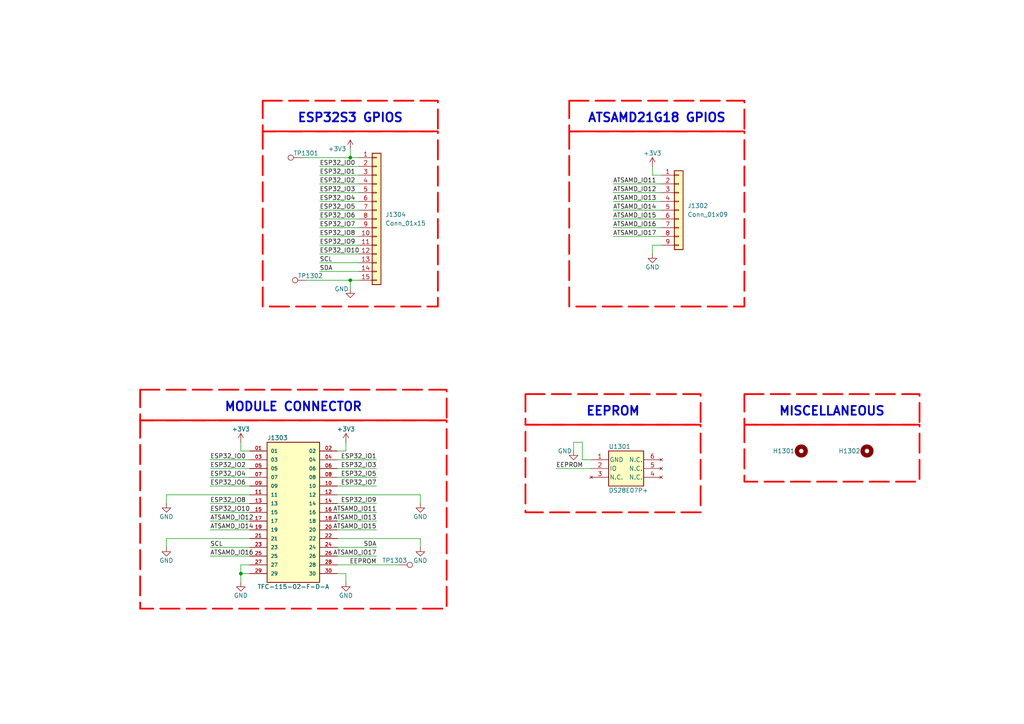
<source format=kicad_sch>
(kicad_sch (version 20231120) (generator "eeschema") (generator_version "8.0")
  (paper "A4")
  (title_block (date "2024-04-09") (company "MQuero"))
  (lib_symbols
    (symbol "Connector:TestPoint" (pin_numbers hide) (pin_names (offset 0.762) hide)
      (property "Reference" "TP" (at 0 6.858 0))
      (property "Value" "TestPoint" (at 0 5.08 0))
      (symbol "TestPoint_0_1"
        (circle (center 0 3.302) (radius 0.762))
      )
      (symbol "TestPoint_1_1"
        (pin passive line (at 0 0 90) (length 2.54) (name "1") (number "1"))
      )
    )
    (symbol "Connector_Generic:Conn_01x09" (pin_names (offset 1.016) hide)
      (property "Reference" "J" (at 0 12.7 0))
      (property "Value" "Conn_01x09" (at 0 -12.7 0))
      (symbol "Conn_01x09_1_1"
        (rectangle (start -1.27 -10.033) (end 0 -10.287) (stroke (width 0.1524)))
        (rectangle (start -1.27 -7.493) (end 0 -7.747) (stroke (width 0.1524)))
        (rectangle (start -1.27 -4.953) (end 0 -5.207) (stroke (width 0.1524)))
        (rectangle (start -1.27 -2.413) (end 0 -2.667) (stroke (width 0.1524)))
        (rectangle (start -1.27 0.127) (end 0 -0.127) (stroke (width 0.1524)))
        (rectangle (start -1.27 2.667) (end 0 2.413) (stroke (width 0.1524)))
        (rectangle (start -1.27 5.207) (end 0 4.953) (stroke (width 0.1524)))
        (rectangle (start -1.27 7.747) (end 0 7.493) (stroke (width 0.1524)))
        (rectangle (start -1.27 10.287) (end 0 10.033) (stroke (width 0.1524)))
        (rectangle (start -1.27 11.43) (end 1.27 -11.43) (stroke (width 0.254)) (fill (type background)))
        (pin passive line (at -5.08 10.16 0) (length 3.81) (name "Pin_1") (number "1"))
        (pin passive line (at -5.08 7.62 0) (length 3.81) (name "Pin_2") (number "2"))
        (pin passive line (at -5.08 5.08 0) (length 3.81) (name "Pin_3") (number "3"))
        (pin passive line (at -5.08 2.54 0) (length 3.81) (name "Pin_4") (number "4"))
        (pin passive line (at -5.08 0 0) (length 3.81) (name "Pin_5") (number "5"))
        (pin passive line (at -5.08 -2.54 0) (length 3.81) (name "Pin_6") (number "6"))
        (pin passive line (at -5.08 -5.08 0) (length 3.81) (name "Pin_7") (number "7"))
        (pin passive line (at -5.08 -7.62 0) (length 3.81) (name "Pin_8") (number "8"))
        (pin passive line (at -5.08 -10.16 0) (length 3.81) (name "Pin_9") (number "9"))
      )
    )
    (symbol "Connector_Generic:Conn_01x15" (pin_names (offset 1.016) hide)
      (property "Reference" "J" (at 0 20.32 0))
      (property "Value" "Conn_01x15" (at 0 -20.32 0))
      (symbol "Conn_01x15_1_1"
        (rectangle (start -1.27 -17.653) (end 0 -17.907) (stroke (width 0.1524)))
        (rectangle (start -1.27 -15.113) (end 0 -15.367) (stroke (width 0.1524)))
        (rectangle (start -1.27 -12.573) (end 0 -12.827) (stroke (width 0.1524)))
        (rectangle (start -1.27 -10.033) (end 0 -10.287) (stroke (width 0.1524)))
        (rectangle (start -1.27 -7.493) (end 0 -7.747) (stroke (width 0.1524)))
        (rectangle (start -1.27 -4.953) (end 0 -5.207) (stroke (width 0.1524)))
        (rectangle (start -1.27 -2.413) (end 0 -2.667) (stroke (width 0.1524)))
        (rectangle (start -1.27 0.127) (end 0 -0.127) (stroke (width 0.1524)))
        (rectangle (start -1.27 2.667) (end 0 2.413) (stroke (width 0.1524)))
        (rectangle (start -1.27 5.207) (end 0 4.953) (stroke (width 0.1524)))
        (rectangle (start -1.27 7.747) (end 0 7.493) (stroke (width 0.1524)))
        (rectangle (start -1.27 10.287) (end 0 10.033) (stroke (width 0.1524)))
        (rectangle (start -1.27 12.827) (end 0 12.573) (stroke (width 0.1524)))
        (rectangle (start -1.27 15.367) (end 0 15.113) (stroke (width 0.1524)))
        (rectangle (start -1.27 17.907) (end 0 17.653) (stroke (width 0.1524)))
        (rectangle (start -1.27 19.05) (end 1.27 -19.05) (stroke (width 0.254)) (fill (type background)))
        (pin passive line (at -5.08 17.78 0) (length 3.81) (name "Pin_1") (number "1"))
        (pin passive line (at -5.08 -5.08 0) (length 3.81) (name "Pin_10") (number "10"))
        (pin passive line (at -5.08 -7.62 0) (length 3.81) (name "Pin_11") (number "11"))
        (pin passive line (at -5.08 -10.16 0) (length 3.81) (name "Pin_12") (number "12"))
        (pin passive line (at -5.08 -12.7 0) (length 3.81) (name "Pin_13") (number "13"))
        (pin passive line (at -5.08 -15.24 0) (length 3.81) (name "Pin_14") (number "14"))
        (pin passive line (at -5.08 -17.78 0) (length 3.81) (name "Pin_15") (number "15"))
        (pin passive line (at -5.08 15.24 0) (length 3.81) (name "Pin_2") (number "2"))
        (pin passive line (at -5.08 12.7 0) (length 3.81) (name "Pin_3") (number "3"))
        (pin passive line (at -5.08 10.16 0) (length 3.81) (name "Pin_4") (number "4"))
        (pin passive line (at -5.08 7.62 0) (length 3.81) (name "Pin_5") (number "5"))
        (pin passive line (at -5.08 5.08 0) (length 3.81) (name "Pin_6") (number "6"))
        (pin passive line (at -5.08 2.54 0) (length 3.81) (name "Pin_7") (number "7"))
        (pin passive line (at -5.08 0 0) (length 3.81) (name "Pin_8") (number "8"))
        (pin passive line (at -5.08 -2.54 0) (length 3.81) (name "Pin_9") (number "9"))
      )
    )
    (symbol "Mechanical:MountingHole" (pin_names (offset 1.016)) (exclude_from_sim yes) (in_bom no)
      (property "Reference" "H" (at 0 5.08 0))
      (property "Value" "MountingHole" (at 0 3.175 0))
      (symbol "MountingHole_0_1"
        (circle (center 0 0) (radius 1.27) (stroke (width 1.27)))
      )
    )
    (symbol "TFG:DS28E07P+" (pin_names (offset 0.254))
      (property "Reference" "U" (at 0 1.27 0))
      (property "Value" "DS28E07P+" (at 0 -11.43 0))
      (symbol "DS28E07P+_0_1"
        (rectangle (start 0 0) (end 10.16 -10.16) (stroke (width 0.254)) (fill (type background)))
      )
      (symbol "DS28E07P+_1_1"
        (pin unspecified line (at -5.08 -2.54 0) (length 5.08) (name "GND") (number "1"))
        (pin unspecified line (at -5.08 -5.08 0) (length 5.08) (name "IO") (number "2"))
        (pin no_connect line (at -5.08 -7.62 0) (length 5.08) (name "N.C.") (number "3"))
        (pin no_connect line (at 15.24 -7.62 180) (length 5.08) (name "N.C.") (number "4"))
        (pin no_connect line (at 15.24 -5.08 180) (length 5.08) (name "N.C.") (number "5"))
        (pin no_connect line (at 15.24 -2.54 180) (length 5.08) (name "N.C.") (number "6"))
      )
    )
    (symbol "TFG:TFC-115-02-F-D-A" (pin_names (offset 1.016))
      (property "Reference" "J" (at 0 1.27 0))
      (property "Value" "TFC-115-02-F-D-A" (at 0 -41.91 0))
      (symbol "TFC-115-02-F-D-A_0_0"
        (rectangle (start 0 0) (end 15.24 -40.64) (stroke (width 0.254)) (fill (type background)))
        (pin unspecified line (at -5.08 -2.54 0) (length 5.08) (name "01") (number "01"))
        (pin unspecified line (at 20.32 -2.54 180) (length 5.08) (name "02") (number "02"))
        (pin unspecified line (at -5.08 -5.08 0) (length 5.08) (name "03") (number "03"))
        (pin unspecified line (at 20.32 -5.08 180) (length 5.08) (name "04") (number "04"))
        (pin unspecified line (at -5.08 -7.62 0) (length 5.08) (name "05") (number "05"))
        (pin unspecified line (at 20.32 -7.62 180) (length 5.08) (name "06") (number "06"))
        (pin unspecified line (at -5.08 -10.16 0) (length 5.08) (name "07") (number "07"))
        (pin unspecified line (at 20.32 -10.16 180) (length 5.08) (name "08") (number "08"))
        (pin unspecified line (at -5.08 -12.7 0) (length 5.08) (name "09") (number "09"))
        (pin unspecified line (at 20.32 -12.7 180) (length 5.08) (name "10") (number "10"))
        (pin unspecified line (at -5.08 -15.24 0) (length 5.08) (name "11") (number "11"))
        (pin unspecified line (at 20.32 -15.24 180) (length 5.08) (name "12") (number "12"))
        (pin unspecified line (at -5.08 -17.78 0) (length 5.08) (name "13") (number "13"))
        (pin unspecified line (at 20.32 -17.78 180) (length 5.08) (name "14") (number "14"))
        (pin unspecified line (at -5.08 -20.32 0) (length 5.08) (name "15") (number "15"))
        (pin unspecified line (at 20.32 -20.32 180) (length 5.08) (name "16") (number "16"))
        (pin unspecified line (at -5.08 -22.86 0) (length 5.08) (name "17") (number "17"))
        (pin unspecified line (at 20.32 -22.86 180) (length 5.08) (name "18") (number "18"))
        (pin unspecified line (at -5.08 -25.4 0) (length 5.08) (name "19") (number "19"))
        (pin unspecified line (at 20.32 -25.4 180) (length 5.08) (name "20") (number "20"))
        (pin unspecified line (at -5.08 -27.94 0) (length 5.08) (name "21") (number "21"))
        (pin unspecified line (at 20.32 -27.94 180) (length 5.08) (name "22") (number "22"))
        (pin unspecified line (at -5.08 -30.48 0) (length 5.08) (name "23") (number "23"))
        (pin unspecified line (at 20.32 -30.48 180) (length 5.08) (name "24") (number "24"))
        (pin unspecified line (at -5.08 -33.02 0) (length 5.08) (name "25") (number "25"))
        (pin unspecified line (at 20.32 -33.02 180) (length 5.08) (name "26") (number "26"))
        (pin unspecified line (at -5.08 -35.56 0) (length 5.08) (name "27") (number "27"))
        (pin unspecified line (at 20.32 -35.56 180) (length 5.08) (name "28") (number "28"))
        (pin unspecified line (at -5.08 -38.1 0) (length 5.08) (name "29") (number "29"))
        (pin unspecified line (at 20.32 -38.1 180) (length 5.08) (name "30") (number "30"))
      )
    )
    (symbol "power:+3V3" (power) (pin_numbers hide) (pin_names (offset 0) hide)
      (property "Value" "+3V3" (at 0 3.556 0))
      (symbol "+3V3_0_1"
        (polyline (pts (xy -0.762 1.27) (xy 0 2.54)))
        (polyline (pts (xy 0 0) (xy 0 2.54)))
        (polyline (pts (xy 0 2.54) (xy 0.762 1.27)))
      )
      (symbol "+3V3_1_1"
        (pin power_in line (at 0 0 90) (length 0) (name "~") (number "1"))
      )
    )
    (symbol "power:GND" (power) (pin_numbers hide) (pin_names (offset 0) hide)
      (property "Value" "GND" (at 0 -3.81 0))
      (symbol "GND_0_1"
        (polyline (pts (xy 0 0) (xy 0 -1.27) (xy 1.27 -1.27) (xy 0 -2.54) (xy -1.27 -1.27) (xy 0 -1.27)))
      )
      (symbol "GND_1_1"
        (pin power_in line (at 0 0 270) (length 0) (name "~") (number "1"))
      )
    )
  )
  (junction (at 69.85 166.37))
  (junction (at 101.6 81.28))
  (junction (at 101.6 45.72))
  (wire (pts (xy 168.91 128.27) (xy 166.37 128.27)))
  (wire (pts (xy 104.14 50.8) (xy 92.71 50.8)))
  (wire (pts (xy 104.14 55.88) (xy 92.71 55.88)))
  (wire (pts (xy 72.39 138.43) (xy 60.96 138.43)))
  (wire (pts (xy 97.79 161.29) (xy 109.22 161.29)))
  (wire (pts (xy 72.39 156.21) (xy 48.26 156.21)))
  (wire (pts (xy 171.45 133.35) (xy 168.91 133.35)))
  (wire (pts (xy 97.79 143.51) (xy 121.92 143.51)))
  (wire (pts (xy 177.8 55.88) (xy 191.77 55.88)))
  (wire (pts (xy 97.79 158.75) (xy 109.22 158.75)))
  (wire (pts (xy 101.6 81.28) (xy 104.14 81.28)))
  (wire (pts (xy 191.77 53.34) (xy 177.8 53.34)))
  (wire (pts (xy 48.26 143.51) (xy 48.26 146.05)))
  (wire (pts (xy 121.92 143.51) (xy 121.92 146.05)))
  (wire (pts (xy 72.39 140.97) (xy 60.96 140.97)))
  (wire (pts (xy 97.79 146.05) (xy 109.22 146.05)))
  (wire (pts (xy 48.26 156.21) (xy 48.26 158.75)))
  (wire (pts (xy 97.79 133.35) (xy 109.22 133.35)))
  (wire (pts (xy 72.39 153.67) (xy 60.96 153.67)))
  (wire (pts (xy 92.71 78.74) (xy 104.14 78.74)))
  (wire (pts (xy 72.39 151.13) (xy 60.96 151.13)))
  (wire (pts (xy 191.77 50.8) (xy 189.23 50.8)))
  (wire (pts (xy 189.23 48.26) (xy 189.23 50.8)))
  (wire (pts (xy 69.85 166.37) (xy 69.85 163.83)))
  (wire (pts (xy 97.79 135.89) (xy 109.22 135.89)))
  (wire (pts (xy 92.71 73.66) (xy 104.14 73.66)))
  (wire (pts (xy 97.79 151.13) (xy 109.22 151.13)))
  (wire (pts (xy 72.39 133.35) (xy 60.96 133.35)))
  (wire (pts (xy 72.39 135.89) (xy 60.96 135.89)))
  (wire (pts (xy 189.23 71.12) (xy 189.23 73.66)))
  (wire (pts (xy 92.71 60.96) (xy 104.14 60.96)))
  (wire (pts (xy 100.33 130.81) (xy 97.79 130.81)))
  (wire (pts (xy 88.9 81.28) (xy 101.6 81.28)))
  (wire (pts (xy 60.96 158.75) (xy 72.39 158.75)))
  (wire (pts (xy 69.85 130.81) (xy 72.39 130.81)))
  (wire (pts (xy 72.39 146.05) (xy 60.96 146.05)))
  (wire (pts (xy 177.8 60.96) (xy 191.77 60.96)))
  (wire (pts (xy 166.37 128.27) (xy 166.37 130.81)))
  (wire (pts (xy 97.79 156.21) (xy 121.92 156.21)))
  (wire (pts (xy 100.33 128.27) (xy 100.33 130.81)))
  (wire (pts (xy 101.6 81.28) (xy 101.6 83.82)))
  (wire (pts (xy 161.29 135.89) (xy 171.45 135.89)))
  (wire (pts (xy 69.85 166.37) (xy 72.39 166.37)))
  (wire (pts (xy 92.71 66.04) (xy 104.14 66.04)))
  (wire (pts (xy 92.71 76.2) (xy 104.14 76.2)))
  (wire (pts (xy 72.39 148.59) (xy 60.96 148.59)))
  (wire (pts (xy 97.79 138.43) (xy 109.22 138.43)))
  (wire (pts (xy 87.63 45.72) (xy 101.6 45.72)))
  (wire (pts (xy 121.92 156.21) (xy 121.92 158.75)))
  (wire (pts (xy 97.79 153.67) (xy 109.22 153.67)))
  (wire (pts (xy 69.85 128.27) (xy 69.85 130.81)))
  (wire (pts (xy 168.91 133.35) (xy 168.91 128.27)))
  (wire (pts (xy 92.71 63.5) (xy 104.14 63.5)))
  (wire (pts (xy 177.8 58.42) (xy 191.77 58.42)))
  (wire (pts (xy 177.8 66.04) (xy 191.77 66.04)))
  (wire (pts (xy 60.96 161.29) (xy 72.39 161.29)))
  (wire (pts (xy 69.85 166.37) (xy 69.85 168.91)))
  (wire (pts (xy 101.6 43.18) (xy 101.6 45.72)))
  (wire (pts (xy 104.14 53.34) (xy 92.71 53.34)))
  (wire (pts (xy 72.39 143.51) (xy 48.26 143.51)))
  (wire (pts (xy 69.85 163.83) (xy 72.39 163.83)))
  (wire (pts (xy 92.71 58.42) (xy 104.14 58.42)))
  (wire (pts (xy 100.33 166.37) (xy 100.33 168.91)))
  (wire (pts (xy 104.14 45.72) (xy 101.6 45.72)))
  (wire (pts (xy 97.79 148.59) (xy 109.22 148.59)))
  (wire (pts (xy 104.14 48.26) (xy 92.71 48.26)))
  (wire (pts (xy 177.8 63.5) (xy 191.77 63.5)))
  (wire (pts (xy 191.77 71.12) (xy 189.23 71.12)))
  (wire (pts (xy 92.71 71.12) (xy 104.14 71.12)))
  (wire (pts (xy 92.71 68.58) (xy 104.14 68.58)))
  (wire (pts (xy 97.79 140.97) (xy 109.22 140.97)))
  (wire (pts (xy 100.33 166.37) (xy 97.79 166.37)))
  (wire (pts (xy 177.8 68.58) (xy 191.77 68.58)))
  (wire (pts (xy 97.79 163.83) (xy 115.57 163.83)))
  (rectangle (start 152.4 123.19) (end 203.2 148.59) (stroke (width 0.508) (type dash) (color 255 0 0 1)))
  (rectangle (start 76.2 38.1) (end 127 88.9) (stroke (width 0.508) (type dash) (color 255 0 0 1)))
  (rectangle (start 165.1 29.21) (end 215.9 38.1) (stroke (width 0.508) (type dash) (color 255 0 0 1)))
  (rectangle (start 40.64 121.92) (end 129.54 176.53) (stroke (width 0.508) (type dash) (color 255 0 0 1)))
  (rectangle (start 40.64 113.03) (end 129.54 121.92) (stroke (width 0.508) (type dash) (color 255 0 0 1)))
  (rectangle (start 215.9 123.19) (end 266.7 139.7) (stroke (width 0.508) (type dash) (color 255 0 0 1)))
  (rectangle (start 152.4 114.3) (end 203.2 123.19) (stroke (width 0.508) (type dash) (color 255 0 0 1)))
  (rectangle (start 76.2 29.21) (end 127 38.1) (stroke (width 0.508) (type dash) (color 255 0 0 1)))
  (rectangle (start 165.1 38.1) (end 215.9 88.9) (stroke (width 0.508) (type dash) (color 255 0 0 1)))
  (rectangle (start 215.9 114.3) (end 266.7 123.19) (stroke (width 0.508) (type dash) (color 255 0 0 1)))
  (text "ATSAMD21G18 GPIOS" (at 190.5 34.29 0) (effects (font (size 2.54 2.54) (thickness 0.508) (bold yes))))
  (text "EEPROM" (at 177.8 119.38 0) (effects (font (size 2.54 2.54) (thickness 0.508) (bold yes))))
  (text "ESP32S3 GPIOS" (at 101.6 34.29 0) (effects (font (size 2.54 2.54) (thickness 0.508) (bold yes))))
  (text "MODULE CONNECTOR" (at 85.09 118.11 0) (effects (font (size 2.54 2.54) (thickness 0.508) (bold yes))))
  (text "MISCELLANEOUS" (at 241.3 119.38 0) (effects (font (size 2.54 2.54) (thickness 0.508) (bold yes))))
  (label "ESP32_IO8" (at 92.71 68.58 0))
  (label "ATSAMD_IO16" (at 60.96 161.29 0))
  (label "SCL" (at 92.71 76.2 0))
  (label "ESP32_IO9" (at 92.71 71.12 0))
  (label "ATSAMD_IO15" (at 177.8 63.5 0))
  (label "ESP32_IO6" (at 92.71 63.5 0))
  (label "ESP32_IO6" (at 60.96 140.97 0))
  (label "ESP32_IO5" (at 109.22 138.43 180))
  (label "ATSAMD_IO11" (at 177.8 53.34 0))
  (label "ATSAMD_IO14" (at 177.8 60.96 0))
  (label "ESP32_IO0" (at 92.71 48.26 0))
  (label "ESP32_IO0" (at 60.96 133.35 0))
  (label "EEPROM" (at 109.22 163.83 180))
  (label "ATSAMD_IO12" (at 60.96 151.13 0))
  (label "ESP32_IO7" (at 92.71 66.04 0))
  (label "ESP32_IO1" (at 109.22 133.35 180))
  (label "SCL" (at 60.96 158.75 0))
  (label "SDA" (at 109.22 158.75 180))
  (label "ESP32_IO3" (at 109.22 135.89 180))
  (label "ESP32_IO10" (at 60.96 148.59 0))
  (label "ESP32_IO3" (at 92.71 55.88 0))
  (label "ESP32_IO5" (at 92.71 60.96 0))
  (label "ESP32_IO2" (at 92.71 53.34 0))
  (label "ESP32_IO2" (at 60.96 135.89 0))
  (label "ESP32_IO10" (at 92.71 73.66 0))
  (label "ESP32_IO9" (at 109.22 146.05 180))
  (label "ESP32_IO4" (at 60.96 138.43 0))
  (label "ATSAMD_IO13" (at 177.8 58.42 0))
  (label "ATSAMD_IO12" (at 177.8 55.88 0))
  (label "SDA" (at 92.71 78.74 0))
  (label "ESP32_IO1" (at 92.71 50.8 0))
  (label "ATSAMD_IO16" (at 177.8 66.04 0))
  (label "ATSAMD_IO13" (at 109.22 151.13 180))
  (label "ATSAMD_IO14" (at 60.96 153.67 0))
  (label "ATSAMD_IO17" (at 109.22 161.29 180))
  (label "ATSAMD_IO15" (at 109.22 153.67 180))
  (label "ATSAMD_IO17" (at 177.8 68.58 0))
  (label "EEPROM" (at 161.29 135.89 0))
  (label "ESP32_IO4" (at 92.71 58.42 0))
  (label "ESP32_IO8" (at 60.96 146.05 0))
  (label "ATSAMD_IO11" (at 109.22 148.59 180))
  (label "ESP32_IO7" (at 109.22 140.97 180))
  (symbol (lib_id "Connector_Generic:Conn_01x09") (at 196.85 60.96 0) (unit 1)
    (property "Reference" "J1302" (at 199.39 59.6899 0) (effects (justify left)))
    (property "Value" "Conn_01x09" (at 199.39 62.2299 0) (effects (justify left)))
    (property "Footprint" "Connector_PinSocket_2.54mm:PinSocket_1x09_P2.54mm_Vertical" (effects (hide yes)))
    (property "Description" "Generic connector, single row, 01x09, script generated (kicad-library-utils/schlib/autogen/connector/)" (effects (hide yes)))
  )
  (symbol (lib_id "power:GND") (at 101.6 83.82 0) (unit 1)
    (property "Reference" "#PWR01304" (effects (hide yes)))
    (property "Value" "GND" (at 99.06 83.82 0))
    (property "Description" "Power symbol creates a global label with name \"GND\" , ground" (effects (hide yes)))
  )
  (symbol (lib_id "TFG:DS28E07P+") (at 176.53 130.81 0) (unit 1)
    (property "Reference" "U1301" (at 176.53 129.54 0) (effects (justify left)))
    (property "Value" "DS28E07P+" (at 176.53 142.24 0) (effects (justify left)))
    (property "Footprint" "TFG:DS28E07P+" (effects (hide yes)))
    (property "Datasheet" "https://www.analog.com/media/en/technical-documentation/data-sheets/DS28E07.pdf" (effects (hide yes)))
    (property "Description" "IC EEPROM 1KBIT 1-WIRE 6TSOC" (effects (hide yes)))
    (property "MQ PN" "TFGIC003" (effects (hide yes)))
  )
  (symbol (lib_id "power:GND") (at 48.26 158.75 0) (unit 1)
    (property "Reference" "#PWR01310" (effects (hide yes)))
    (property "Value" "GND" (at 48.26 162.56 0))
    (property "Description" "Power symbol creates a global label with name \"GND\" , ground" (effects (hide yes)))
  )
  (symbol (lib_id "power:GND") (at 166.37 130.81 0) (unit 1)
    (property "Reference" "#PWR01307" (effects (hide yes)))
    (property "Value" "GND" (at 163.83 130.81 0))
    (property "Description" "Power symbol creates a global label with name \"GND\" , ground" (effects (hide yes)))
  )
  (symbol (lib_id "power:+3V3") (at 100.33 128.27 0) (mirror y) (unit 1)
    (property "Reference" "#PWR01306" (effects (hide yes)))
    (property "Value" "+3V3" (at 100.33 124.46 0))
    (property "Description" "Power symbol creates a global label with name \"+3V3\"" (effects (hide yes)))
  )
  (symbol (lib_id "Mechanical:MountingHole") (at 251.46 130.81 0) (unit 1) (exclude_from_sim yes) (in_bom no)
    (property "Reference" "H1302" (at 246.38 130.81 0))
    (property "Value" "MountingHole" (effects (hide yes)))
    (property "Footprint" "MountingHole:MountingHole_2.2mm_M2" (effects (hide yes)))
    (property "Description" "Mounting Hole without connection" (effects (hide yes)))
  )
  (symbol (lib_id "Mechanical:MountingHole") (at 232.41 130.81 0) (unit 1) (exclude_from_sim yes) (in_bom no)
    (property "Reference" "H1301" (at 227.33 130.81 0))
    (property "Value" "MountingHole" (effects (hide yes)))
    (property "Footprint" "MountingHole:MountingHole_2.2mm_M2" (effects (hide yes)))
    (property "Description" "Mounting Hole without connection" (effects (hide yes)))
  )
  (symbol (lib_id "Connector:TestPoint") (at 115.57 163.83 270) (mirror x) (unit 1)
    (property "Reference" "TP1303" (at 118.11 162.56 90) (effects (justify right)))
    (property "Value" "TestPoint" (effects (hide yes)))
    (property "Footprint" "TestPoint:TestPoint_Pad_D1.0mm" (effects (hide yes)))
    (property "Description" "test point" (effects (hide yes)))
  )
  (symbol (lib_id "power:GND") (at 48.26 146.05 0) (unit 1)
    (property "Reference" "#PWR01308" (effects (hide yes)))
    (property "Value" "GND" (at 48.26 149.86 0))
    (property "Description" "Power symbol creates a global label with name \"GND\" , ground" (effects (hide yes)))
  )
  (symbol (lib_id "power:GND") (at 121.92 158.75 0) (mirror y) (unit 1)
    (property "Reference" "#PWR01311" (effects (hide yes)))
    (property "Value" "GND" (at 121.92 162.56 0))
    (property "Description" "Power symbol creates a global label with name \"GND\" , ground" (effects (hide yes)))
  )
  (symbol (lib_id "Connector:TestPoint") (at 88.9 81.28 90) (unit 1)
    (property "Reference" "TP1302" (at 86.36 80.01 90) (effects (justify right)))
    (property "Value" "TestPoint" (effects (hide yes)))
    (property "Footprint" "TestPoint:TestPoint_Pad_D1.0mm" (effects (hide yes)))
    (property "Description" "test point" (effects (hide yes)))
  )
  (symbol (lib_id "power:+3V3") (at 101.6 43.18 0) (unit 1)
    (property "Reference" "#PWR01301" (effects (hide yes)))
    (property "Value" "+3V3" (at 97.79 43.18 0))
    (property "Description" "Power symbol creates a global label with name \"+3V3\"" (effects (hide yes)))
  )
  (symbol (lib_id "TFG:TFC-115-02-F-D-A") (at 77.47 128.27 0) (unit 1)
    (property "Reference" "J1303" (at 77.47 127 0) (effects (justify left)))
    (property "Value" "TFC-115-02-F-D-A" (at 85.09 170.18 0))
    (property "Footprint" "TFG:TFC-115-02-F-D-A" (effects (hide yes)))
    (property "Datasheet" "https://suddendocs.samtec.com/catalog_english/tfc.pdf" (effects (hide yes)))
    (property "Description" "CONN HEADER SMD 30POS 1.27MM" (effects (hide yes)))
    (property "MQ PN" "TFGJ005 " (effects (hide yes)))
  )
  (symbol (lib_id "Connector_Generic:Conn_01x15") (at 109.22 63.5 0) (unit 1)
    (property "Reference" "J1304" (at 111.76 62.2299 0) (effects (justify left)))
    (property "Value" "Conn_01x15" (at 111.76 64.7699 0) (effects (justify left)))
    (property "Footprint" "Connector_PinSocket_2.54mm:PinSocket_1x15_P2.54mm_Vertical" (effects (hide yes)))
    (property "Description" "Generic connector, single row, 01x15, script generated (kicad-library-utils/schlib/autogen/connector/)" (effects (hide yes)))
  )
  (symbol (lib_id "power:GND") (at 121.92 146.05 0) (mirror y) (unit 1)
    (property "Reference" "#PWR01309" (effects (hide yes)))
    (property "Value" "GND" (at 121.92 149.86 0))
    (property "Description" "Power symbol creates a global label with name \"GND\" , ground" (effects (hide yes)))
  )
  (symbol (lib_id "power:+3V3") (at 189.23 48.26 0) (unit 1)
    (property "Reference" "#PWR01302" (effects (hide yes)))
    (property "Value" "+3V3" (at 189.23 44.45 0))
    (property "Description" "Power symbol creates a global label with name \"+3V3\"" (effects (hide yes)))
  )
  (symbol (lib_id "Connector:TestPoint") (at 87.63 45.72 90) (unit 1)
    (property "Reference" "TP1301" (at 85.09 44.45 90) (effects (justify right)))
    (property "Value" "TestPoint" (effects (hide yes)))
    (property "Footprint" "TestPoint:TestPoint_Pad_D1.0mm" (effects (hide yes)))
    (property "Description" "test point" (effects (hide yes)))
  )
  (symbol (lib_id "power:+3V3") (at 69.85 128.27 0) (unit 1)
    (property "Reference" "#PWR01305" (effects (hide yes)))
    (property "Value" "+3V3" (at 69.85 124.46 0))
    (property "Description" "Power symbol creates a global label with name \"+3V3\"" (effects (hide yes)))
  )
  (symbol (lib_id "power:GND") (at 69.85 168.91 0) (unit 1)
    (property "Reference" "#PWR01312" (effects (hide yes)))
    (property "Value" "GND" (at 69.85 172.72 0))
    (property "Description" "Power symbol creates a global label with name \"GND\" , ground" (effects (hide yes)))
  )
  (symbol (lib_id "power:GND") (at 189.23 73.66 0) (unit 1)
    (property "Reference" "#PWR01303" (effects (hide yes)))
    (property "Value" "GND" (at 189.23 77.47 0))
    (property "Description" "Power symbol creates a global label with name \"GND\" , ground" (effects (hide yes)))
  )
  (symbol (lib_id "power:GND") (at 100.33 168.91 0) (mirror y) (unit 1)
    (property "Reference" "#PWR01313" (effects (hide yes)))
    (property "Value" "GND" (at 100.33 172.72 0))
    (property "Description" "Power symbol creates a global label with name \"GND\" , ground" (effects (hide yes)))
  )
)
</source>
